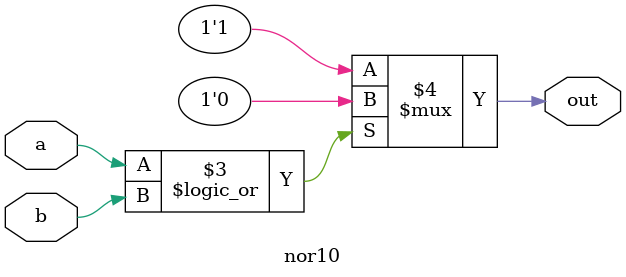
<source format=v>
module nor10 (
  input a,
  input b,
  output out
);

  assign out = (a == 1'b1 || b == 1'b1) ? 1'b0 : 1'b1; // NOR using conditional expression

endmodule

</source>
